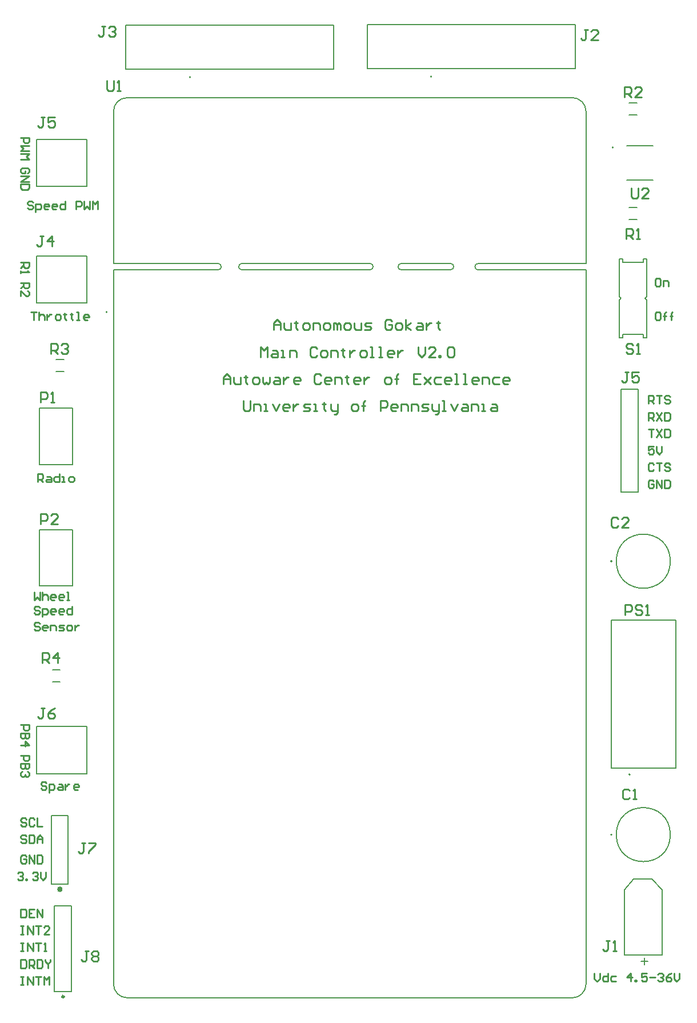
<source format=gto>
G04*
G04 #@! TF.GenerationSoftware,Altium Limited,Altium Designer,22.8.2 (66)*
G04*
G04 Layer_Color=65535*
%FSLAX42Y42*%
%MOMM*%
G71*
G04*
G04 #@! TF.SameCoordinates,418904E4-A97B-41F3-844E-409F60187B30*
G04*
G04*
G04 #@! TF.FilePolarity,Positive*
G04*
G01*
G75*
%ADD10C,0.30*%
%ADD11C,0.13*%
%ADD12C,0.20*%
%ADD13C,0.40*%
%ADD14C,0.20*%
%ADD15C,0.25*%
D10*
X765Y350D02*
G03*
X765Y350I-15J0D01*
G01*
D11*
X3049Y11117D02*
G03*
X3049Y11211I-1J47D01*
G01*
X3400D02*
G03*
X3400Y11117I1J-47D01*
G01*
X5300D02*
G03*
X5300Y11211I-1J47D01*
G01*
X5762D02*
G03*
X5762Y11117I1J-47D01*
G01*
X6494D02*
G03*
X6494Y11211I-1J47D01*
G01*
X6900D02*
G03*
X6900Y11117I1J-47D01*
G01*
X1700Y13667D02*
G03*
X1500Y13467I0J-200D01*
G01*
X8500D02*
G03*
X8300Y13667I-200J0D01*
G01*
Y333D02*
G03*
X8500Y533I0J200D01*
G01*
X1500D02*
G03*
X1700Y333I200J0D01*
G01*
X9750Y2750D02*
G03*
X9750Y2750I-400J0D01*
G01*
Y6800D02*
G03*
X9750Y6800I-400J0D01*
G01*
X625Y423D02*
X875D01*
Y1693D01*
X625D02*
X875D01*
X625Y423D02*
Y1693D01*
X6900Y11211D02*
X8500D01*
X5762D02*
X6494D01*
X3400D02*
X5300D01*
X1500D02*
X3049D01*
X6900Y11117D02*
X8500D01*
X5762D02*
X6494D01*
X3400D02*
X5300D01*
X1500D02*
X3049D01*
X1500Y11211D02*
Y13467D01*
X1700Y13667D02*
X8300D01*
X8500Y11211D02*
Y13467D01*
Y533D02*
Y11117D01*
X1700Y333D02*
X8300D01*
X1500Y533D02*
Y11117D01*
X575Y2015D02*
X825D01*
Y3031D01*
X575D02*
X825D01*
X575Y2015D02*
Y3031D01*
X1100Y3650D02*
Y4350D01*
X360Y3650D02*
Y4350D01*
Y3650D02*
X1100D01*
X360Y4350D02*
X1100D01*
X8880Y3731D02*
X9830D01*
Y5931D01*
X8880D02*
X9830D01*
X8880Y3731D02*
Y5931D01*
X645Y9612D02*
X761D01*
X645Y9788D02*
X761D01*
X360Y13050D02*
X1100D01*
X360Y12350D02*
X1100D01*
X360D02*
Y13050D01*
X1100Y12350D02*
Y13050D01*
X9023Y7821D02*
Y9345D01*
X9277D01*
Y7821D02*
Y9345D01*
X9023Y7821D02*
X9277D01*
X9105Y12447D02*
X9495D01*
X9105Y12952D02*
X9495D01*
X1683Y14742D02*
X4763D01*
Y14092D02*
Y14742D01*
X1683Y14092D02*
Y14742D01*
Y14092D02*
X4763D01*
X592Y5188D02*
X708D01*
X592Y5012D02*
X708D01*
X1100Y10625D02*
Y11325D01*
X360Y10625D02*
Y11325D01*
Y10625D02*
X1100D01*
X360Y11325D02*
X1100D01*
X5259Y14100D02*
X8340D01*
X5259D02*
Y14750D01*
X8340Y14100D02*
Y14750D01*
X5259D02*
X8340D01*
X8997Y10112D02*
X9048D01*
Y10163D01*
X9352D01*
Y10112D02*
Y10163D01*
Y10112D02*
X9403D01*
Y10671D01*
X9378Y10696D02*
X9403Y10671D01*
X9378Y10696D02*
X9403Y10721D01*
Y11280D01*
X9352D02*
X9403D01*
X9352Y11229D02*
Y11280D01*
X9048Y11229D02*
X9352D01*
X9048D02*
Y11280D01*
X8997D02*
X9048D01*
X8997Y10721D02*
Y11280D01*
Y10721D02*
X9022Y10696D01*
X8997Y10671D02*
X9022Y10696D01*
X8997Y10112D02*
Y10671D01*
X9142Y11862D02*
X9258D01*
X9142Y12038D02*
X9258D01*
X9142Y13588D02*
X9258D01*
X9142Y13412D02*
X9258D01*
X9207Y2090D02*
X9470D01*
X9070Y1933D02*
X9207Y2090D01*
X9070Y970D02*
X9630D01*
X9370Y820D02*
Y920D01*
X9320Y870D02*
X9420D01*
X9070Y970D02*
Y1933D01*
X9630Y970D02*
Y1933D01*
X9470Y2090D02*
X9473D01*
X9630Y1933D01*
D12*
X1406Y10493D02*
G03*
X1406Y10493I-10J0D01*
G01*
X8885Y2750D02*
G03*
X8885Y2750I-10J0D01*
G01*
Y6800D02*
G03*
X8885Y6800I-10J0D01*
G01*
X9155Y3641D02*
G03*
X9155Y3641I-10J0D01*
G01*
X8906Y12930D02*
G03*
X8906Y12930I-10J0D01*
G01*
X2641Y13972D02*
G03*
X2641Y13972I-10J0D01*
G01*
X6217Y13980D02*
G03*
X6217Y13980I-10J0D01*
G01*
D13*
X724Y1940D02*
G03*
X724Y1940I-20J0D01*
G01*
D14*
X890Y6435D02*
Y7265D01*
X400Y6435D02*
X890D01*
X400D02*
Y7265D01*
X890D01*
Y8235D02*
Y9065D01*
X400Y8235D02*
X890D01*
X400D02*
Y9065D01*
X890D01*
D15*
X1125Y1026D02*
X1074D01*
X1099D01*
Y899D01*
X1074Y874D01*
X1048D01*
X1023Y899D01*
X1175Y1001D02*
X1201Y1026D01*
X1252D01*
X1277Y1001D01*
Y975D01*
X1252Y950D01*
X1277Y925D01*
Y899D01*
X1252Y874D01*
X1201D01*
X1175Y899D01*
Y925D01*
X1201Y950D01*
X1175Y975D01*
Y1001D01*
X1201Y950D02*
X1252D01*
X125Y645D02*
X165D01*
X145D01*
Y525D01*
X125D01*
X165D01*
X225D02*
Y645D01*
X305Y525D01*
Y645D01*
X345D02*
X425D01*
X385D01*
Y525D01*
X465D02*
Y645D01*
X505Y605D01*
X545Y645D01*
Y525D01*
X125Y895D02*
Y775D01*
X185D01*
X205Y795D01*
Y875D01*
X185Y895D01*
X125D01*
X245Y775D02*
Y895D01*
X305D01*
X325Y875D01*
Y835D01*
X305Y815D01*
X245D01*
X285D02*
X325Y775D01*
X365Y895D02*
Y775D01*
X425D01*
X445Y795D01*
Y875D01*
X425Y895D01*
X365D01*
X485D02*
Y875D01*
X525Y835D01*
X565Y875D01*
Y895D01*
X525Y835D02*
Y775D01*
X125Y1145D02*
X165D01*
X145D01*
Y1025D01*
X125D01*
X165D01*
X225D02*
Y1145D01*
X305Y1025D01*
Y1145D01*
X345D02*
X425D01*
X385D01*
Y1025D01*
X465D02*
X505D01*
X485D01*
Y1145D01*
X465Y1125D01*
X125Y1395D02*
X165D01*
X145D01*
Y1275D01*
X125D01*
X165D01*
X225D02*
Y1395D01*
X305Y1275D01*
Y1395D01*
X345D02*
X425D01*
X385D01*
Y1275D01*
X545D02*
X465D01*
X545Y1355D01*
Y1375D01*
X525Y1395D01*
X485D01*
X465Y1375D01*
X125Y1645D02*
Y1525D01*
X185D01*
X205Y1545D01*
Y1625D01*
X185Y1645D01*
X125D01*
X325D02*
X245D01*
Y1525D01*
X325D01*
X245Y1585D02*
X285D01*
X365Y1525D02*
Y1645D01*
X445Y1525D01*
Y1645D01*
X1402Y13924D02*
Y13797D01*
X1427Y13772D01*
X1478D01*
X1504Y13797D01*
Y13924D01*
X1554Y13772D02*
X1605D01*
X1580D01*
Y13924D01*
X1554Y13899D01*
X75Y2175D02*
X95Y2195D01*
X135D01*
X155Y2175D01*
Y2155D01*
X135Y2135D01*
X115D01*
X135D01*
X155Y2115D01*
Y2095D01*
X135Y2075D01*
X95D01*
X75Y2095D01*
X195Y2075D02*
Y2095D01*
X215D01*
Y2075D01*
X195D01*
X295Y2175D02*
X315Y2195D01*
X355D01*
X375Y2175D01*
Y2155D01*
X355Y2135D01*
X335D01*
X355D01*
X375Y2115D01*
Y2095D01*
X355Y2075D01*
X315D01*
X295Y2095D01*
X415Y2195D02*
Y2115D01*
X455Y2075D01*
X495Y2115D01*
Y2195D01*
X205Y2425D02*
X185Y2445D01*
X145D01*
X125Y2425D01*
Y2345D01*
X145Y2325D01*
X185D01*
X205Y2345D01*
Y2385D01*
X165D01*
X245Y2325D02*
Y2445D01*
X325Y2325D01*
Y2445D01*
X365D02*
Y2325D01*
X425D01*
X445Y2345D01*
Y2425D01*
X425Y2445D01*
X365D01*
X205Y2725D02*
X185Y2745D01*
X145D01*
X125Y2725D01*
Y2705D01*
X145Y2685D01*
X185D01*
X205Y2665D01*
Y2645D01*
X185Y2625D01*
X145D01*
X125Y2645D01*
X245Y2745D02*
Y2625D01*
X305D01*
X325Y2645D01*
Y2725D01*
X305Y2745D01*
X245D01*
X365Y2625D02*
Y2705D01*
X405Y2745D01*
X445Y2705D01*
Y2625D01*
Y2685D01*
X365D01*
X205Y2975D02*
X185Y2995D01*
X145D01*
X125Y2975D01*
Y2955D01*
X145Y2935D01*
X185D01*
X205Y2915D01*
Y2895D01*
X185Y2875D01*
X145D01*
X125Y2895D01*
X325Y2975D02*
X305Y2995D01*
X265D01*
X245Y2975D01*
Y2895D01*
X265Y2875D01*
X305D01*
X325Y2895D01*
X365Y2995D02*
Y2875D01*
X445D01*
X3425Y9179D02*
Y9052D01*
X3451Y9026D01*
X3502D01*
X3527Y9052D01*
Y9179D01*
X3578Y9026D02*
Y9128D01*
X3654D01*
X3679Y9102D01*
Y9026D01*
X3730D02*
X3781D01*
X3755D01*
Y9128D01*
X3730D01*
X3857D02*
X3908Y9026D01*
X3959Y9128D01*
X4086Y9026D02*
X4035D01*
X4009Y9052D01*
Y9102D01*
X4035Y9128D01*
X4086D01*
X4111Y9102D01*
Y9077D01*
X4009D01*
X4162Y9128D02*
Y9026D01*
Y9077D01*
X4187Y9102D01*
X4213Y9128D01*
X4238D01*
X4314Y9026D02*
X4390D01*
X4416Y9052D01*
X4390Y9077D01*
X4340D01*
X4314Y9102D01*
X4340Y9128D01*
X4416D01*
X4466Y9026D02*
X4517D01*
X4492D01*
Y9128D01*
X4466D01*
X4619Y9153D02*
Y9128D01*
X4593D01*
X4644D01*
X4619D01*
Y9052D01*
X4644Y9026D01*
X4720Y9128D02*
Y9052D01*
X4746Y9026D01*
X4822D01*
Y9001D01*
X4797Y8975D01*
X4771D01*
X4822Y9026D02*
Y9128D01*
X5050Y9026D02*
X5101D01*
X5127Y9052D01*
Y9102D01*
X5101Y9128D01*
X5050D01*
X5025Y9102D01*
Y9052D01*
X5050Y9026D01*
X5203D02*
Y9153D01*
Y9102D01*
X5177D01*
X5228D01*
X5203D01*
Y9153D01*
X5228Y9179D01*
X5457Y9026D02*
Y9179D01*
X5533D01*
X5558Y9153D01*
Y9102D01*
X5533Y9077D01*
X5457D01*
X5685Y9026D02*
X5634D01*
X5609Y9052D01*
Y9102D01*
X5634Y9128D01*
X5685D01*
X5711Y9102D01*
Y9077D01*
X5609D01*
X5761Y9026D02*
Y9128D01*
X5838D01*
X5863Y9102D01*
Y9026D01*
X5914D02*
Y9128D01*
X5990D01*
X6015Y9102D01*
Y9026D01*
X6066D02*
X6142D01*
X6168Y9052D01*
X6142Y9077D01*
X6092D01*
X6066Y9102D01*
X6092Y9128D01*
X6168D01*
X6218D02*
Y9052D01*
X6244Y9026D01*
X6320D01*
Y9001D01*
X6295Y8975D01*
X6269D01*
X6320Y9026D02*
Y9128D01*
X6371Y9026D02*
X6422D01*
X6396D01*
Y9179D01*
X6371D01*
X6498Y9128D02*
X6549Y9026D01*
X6599Y9128D01*
X6676D02*
X6726D01*
X6752Y9102D01*
Y9026D01*
X6676D01*
X6650Y9052D01*
X6676Y9077D01*
X6752D01*
X6803Y9026D02*
Y9128D01*
X6879D01*
X6904Y9102D01*
Y9026D01*
X6955D02*
X7006D01*
X6980D01*
Y9128D01*
X6955D01*
X7107D02*
X7158D01*
X7183Y9102D01*
Y9026D01*
X7107D01*
X7082Y9052D01*
X7107Y9077D01*
X7183D01*
X3125Y9425D02*
Y9527D01*
X3176Y9578D01*
X3227Y9527D01*
Y9425D01*
Y9502D01*
X3125D01*
X3278Y9527D02*
Y9451D01*
X3303Y9425D01*
X3379D01*
Y9527D01*
X3455Y9552D02*
Y9527D01*
X3430D01*
X3481D01*
X3455D01*
Y9451D01*
X3481Y9425D01*
X3582D02*
X3633D01*
X3659Y9451D01*
Y9502D01*
X3633Y9527D01*
X3582D01*
X3557Y9502D01*
Y9451D01*
X3582Y9425D01*
X3709Y9527D02*
Y9451D01*
X3735Y9425D01*
X3760Y9451D01*
X3786Y9425D01*
X3811Y9451D01*
Y9527D01*
X3887D02*
X3938D01*
X3963Y9502D01*
Y9425D01*
X3887D01*
X3862Y9451D01*
X3887Y9476D01*
X3963D01*
X4014Y9527D02*
Y9425D01*
Y9476D01*
X4040Y9502D01*
X4065Y9527D01*
X4090D01*
X4243Y9425D02*
X4192D01*
X4166Y9451D01*
Y9502D01*
X4192Y9527D01*
X4243D01*
X4268Y9502D01*
Y9476D01*
X4166D01*
X4573Y9552D02*
X4547Y9578D01*
X4497D01*
X4471Y9552D01*
Y9451D01*
X4497Y9425D01*
X4547D01*
X4573Y9451D01*
X4700Y9425D02*
X4649D01*
X4624Y9451D01*
Y9502D01*
X4649Y9527D01*
X4700D01*
X4725Y9502D01*
Y9476D01*
X4624D01*
X4776Y9425D02*
Y9527D01*
X4852D01*
X4877Y9502D01*
Y9425D01*
X4954Y9552D02*
Y9527D01*
X4928D01*
X4979D01*
X4954D01*
Y9451D01*
X4979Y9425D01*
X5131D02*
X5081D01*
X5055Y9451D01*
Y9502D01*
X5081Y9527D01*
X5131D01*
X5157Y9502D01*
Y9476D01*
X5055D01*
X5208Y9527D02*
Y9425D01*
Y9476D01*
X5233Y9502D01*
X5258Y9527D01*
X5284D01*
X5538Y9425D02*
X5588D01*
X5614Y9451D01*
Y9502D01*
X5588Y9527D01*
X5538D01*
X5512Y9502D01*
Y9451D01*
X5538Y9425D01*
X5690D02*
Y9552D01*
Y9502D01*
X5665D01*
X5715D01*
X5690D01*
Y9552D01*
X5715Y9578D01*
X6045D02*
X5944D01*
Y9425D01*
X6045D01*
X5944Y9502D02*
X5995D01*
X6096Y9527D02*
X6198Y9425D01*
X6147Y9476D01*
X6198Y9527D01*
X6096Y9425D01*
X6350Y9527D02*
X6274D01*
X6249Y9502D01*
Y9451D01*
X6274Y9425D01*
X6350D01*
X6477D02*
X6426D01*
X6401Y9451D01*
Y9502D01*
X6426Y9527D01*
X6477D01*
X6503Y9502D01*
Y9476D01*
X6401D01*
X6553Y9425D02*
X6604D01*
X6579D01*
Y9578D01*
X6553D01*
X6680Y9425D02*
X6731D01*
X6706D01*
Y9578D01*
X6680D01*
X6883Y9425D02*
X6833D01*
X6807Y9451D01*
Y9502D01*
X6833Y9527D01*
X6883D01*
X6909Y9502D01*
Y9476D01*
X6807D01*
X6960Y9425D02*
Y9527D01*
X7036D01*
X7061Y9502D01*
Y9425D01*
X7213Y9527D02*
X7137D01*
X7112Y9502D01*
Y9451D01*
X7137Y9425D01*
X7213D01*
X7340D02*
X7290D01*
X7264Y9451D01*
Y9502D01*
X7290Y9527D01*
X7340D01*
X7366Y9502D01*
Y9476D01*
X7264D01*
X3675Y9825D02*
Y9978D01*
X3726Y9927D01*
X3777Y9978D01*
Y9825D01*
X3853Y9927D02*
X3904D01*
X3929Y9902D01*
Y9825D01*
X3853D01*
X3828Y9851D01*
X3853Y9876D01*
X3929D01*
X3980Y9825D02*
X4031D01*
X4005D01*
Y9927D01*
X3980D01*
X4107Y9825D02*
Y9927D01*
X4183D01*
X4209Y9902D01*
Y9825D01*
X4513Y9952D02*
X4488Y9978D01*
X4437D01*
X4412Y9952D01*
Y9851D01*
X4437Y9825D01*
X4488D01*
X4513Y9851D01*
X4590Y9825D02*
X4640D01*
X4666Y9851D01*
Y9902D01*
X4640Y9927D01*
X4590D01*
X4564Y9902D01*
Y9851D01*
X4590Y9825D01*
X4716D02*
Y9927D01*
X4793D01*
X4818Y9902D01*
Y9825D01*
X4894Y9952D02*
Y9927D01*
X4869D01*
X4920D01*
X4894D01*
Y9851D01*
X4920Y9825D01*
X4996Y9927D02*
Y9825D01*
Y9876D01*
X5021Y9902D01*
X5047Y9927D01*
X5072D01*
X5174Y9825D02*
X5224D01*
X5250Y9851D01*
Y9902D01*
X5224Y9927D01*
X5174D01*
X5148Y9902D01*
Y9851D01*
X5174Y9825D01*
X5300D02*
X5351D01*
X5326D01*
Y9978D01*
X5300D01*
X5427Y9825D02*
X5478D01*
X5453D01*
Y9978D01*
X5427D01*
X5631Y9825D02*
X5580D01*
X5554Y9851D01*
Y9902D01*
X5580Y9927D01*
X5631D01*
X5656Y9902D01*
Y9876D01*
X5554D01*
X5707Y9927D02*
Y9825D01*
Y9876D01*
X5732Y9902D01*
X5758Y9927D01*
X5783D01*
X6011Y9978D02*
Y9876D01*
X6062Y9825D01*
X6113Y9876D01*
Y9978D01*
X6265Y9825D02*
X6164D01*
X6265Y9927D01*
Y9952D01*
X6240Y9978D01*
X6189D01*
X6164Y9952D01*
X6316Y9825D02*
Y9851D01*
X6342D01*
Y9825D01*
X6316D01*
X6443Y9952D02*
X6468Y9978D01*
X6519D01*
X6545Y9952D01*
Y9851D01*
X6519Y9825D01*
X6468D01*
X6443Y9851D01*
Y9952D01*
X3875Y10225D02*
Y10327D01*
X3926Y10378D01*
X3977Y10327D01*
Y10225D01*
Y10302D01*
X3875D01*
X4028Y10327D02*
Y10251D01*
X4053Y10225D01*
X4129D01*
Y10327D01*
X4205Y10352D02*
Y10327D01*
X4180D01*
X4231D01*
X4205D01*
Y10251D01*
X4231Y10225D01*
X4332D02*
X4383D01*
X4409Y10251D01*
Y10302D01*
X4383Y10327D01*
X4332D01*
X4307Y10302D01*
Y10251D01*
X4332Y10225D01*
X4459D02*
Y10327D01*
X4536D01*
X4561Y10302D01*
Y10225D01*
X4637D02*
X4688D01*
X4713Y10251D01*
Y10302D01*
X4688Y10327D01*
X4637D01*
X4612Y10302D01*
Y10251D01*
X4637Y10225D01*
X4764D02*
Y10327D01*
X4790D01*
X4815Y10302D01*
Y10225D01*
Y10302D01*
X4840Y10327D01*
X4866Y10302D01*
Y10225D01*
X4942D02*
X4993D01*
X5018Y10251D01*
Y10302D01*
X4993Y10327D01*
X4942D01*
X4916Y10302D01*
Y10251D01*
X4942Y10225D01*
X5069Y10327D02*
Y10251D01*
X5094Y10225D01*
X5170D01*
Y10327D01*
X5221Y10225D02*
X5297D01*
X5323Y10251D01*
X5297Y10276D01*
X5247D01*
X5221Y10302D01*
X5247Y10327D01*
X5323D01*
X5627Y10352D02*
X5602Y10378D01*
X5551D01*
X5526Y10352D01*
Y10251D01*
X5551Y10225D01*
X5602D01*
X5627Y10251D01*
Y10302D01*
X5577D01*
X5704Y10225D02*
X5754D01*
X5780Y10251D01*
Y10302D01*
X5754Y10327D01*
X5704D01*
X5678Y10302D01*
Y10251D01*
X5704Y10225D01*
X5831D02*
Y10378D01*
Y10276D02*
X5907Y10327D01*
X5831Y10276D02*
X5907Y10225D01*
X6008Y10327D02*
X6059D01*
X6084Y10302D01*
Y10225D01*
X6008D01*
X5983Y10251D01*
X6008Y10276D01*
X6084D01*
X6135Y10327D02*
Y10225D01*
Y10276D01*
X6161Y10302D01*
X6186Y10327D01*
X6211D01*
X6313Y10352D02*
Y10327D01*
X6288D01*
X6338D01*
X6313D01*
Y10251D01*
X6338Y10225D01*
X505Y3515D02*
X485Y3535D01*
X445D01*
X425Y3515D01*
Y3495D01*
X445Y3475D01*
X485D01*
X505Y3455D01*
Y3435D01*
X485Y3415D01*
X445D01*
X425Y3435D01*
X545Y3375D02*
Y3495D01*
X605D01*
X625Y3475D01*
Y3435D01*
X605Y3415D01*
X545D01*
X685Y3495D02*
X725D01*
X745Y3475D01*
Y3415D01*
X685D01*
X665Y3435D01*
X685Y3455D01*
X745D01*
X785Y3495D02*
Y3415D01*
Y3455D01*
X805Y3475D01*
X825Y3495D01*
X845D01*
X965Y3415D02*
X925D01*
X905Y3435D01*
Y3475D01*
X925Y3495D01*
X965D01*
X985Y3475D01*
Y3455D01*
X905D01*
X125Y3925D02*
X245D01*
Y3865D01*
X225Y3845D01*
X185D01*
X165Y3865D01*
Y3925D01*
X245Y3805D02*
X125D01*
Y3745D01*
X145Y3725D01*
X165D01*
X185Y3745D01*
Y3805D01*
Y3745D01*
X205Y3725D01*
X225D01*
X245Y3745D01*
Y3805D01*
X225Y3685D02*
X245Y3665D01*
Y3625D01*
X225Y3605D01*
X205D01*
X185Y3625D01*
Y3645D01*
Y3625D01*
X165Y3605D01*
X145D01*
X125Y3625D01*
Y3665D01*
X145Y3685D01*
X125Y4375D02*
X245D01*
Y4315D01*
X225Y4295D01*
X185D01*
X165Y4315D01*
Y4375D01*
X245Y4255D02*
X125D01*
Y4195D01*
X145Y4175D01*
X165D01*
X185Y4195D01*
Y4255D01*
Y4195D01*
X205Y4175D01*
X225D01*
X245Y4195D01*
Y4255D01*
X125Y4075D02*
X245D01*
X185Y4135D01*
Y4055D01*
X125Y10925D02*
X245D01*
Y10865D01*
X225Y10845D01*
X185D01*
X165Y10865D01*
Y10925D01*
Y10885D02*
X125Y10845D01*
Y10725D02*
Y10805D01*
X205Y10725D01*
X225D01*
X245Y10745D01*
Y10785D01*
X225Y10805D01*
X125Y11225D02*
X245D01*
Y11165D01*
X225Y11145D01*
X185D01*
X165Y11165D01*
Y11225D01*
Y11185D02*
X125Y11145D01*
Y11105D02*
Y11065D01*
Y11085D01*
X245D01*
X225Y11105D01*
X8625Y695D02*
Y615D01*
X8665Y575D01*
X8705Y615D01*
Y695D01*
X8825D02*
Y575D01*
X8765D01*
X8745Y595D01*
Y635D01*
X8765Y655D01*
X8825D01*
X8945D02*
X8885D01*
X8865Y635D01*
Y595D01*
X8885Y575D01*
X8945D01*
X9165D02*
Y695D01*
X9105Y635D01*
X9185D01*
X9225Y575D02*
Y595D01*
X9245D01*
Y575D01*
X9225D01*
X9405Y695D02*
X9325D01*
Y635D01*
X9365Y655D01*
X9385D01*
X9405Y635D01*
Y595D01*
X9385Y575D01*
X9345D01*
X9325Y595D01*
X9445Y635D02*
X9525D01*
X9565Y675D02*
X9585Y695D01*
X9625D01*
X9645Y675D01*
Y655D01*
X9625Y635D01*
X9605D01*
X9625D01*
X9645Y615D01*
Y595D01*
X9625Y575D01*
X9585D01*
X9565Y595D01*
X9765Y695D02*
X9725Y675D01*
X9685Y635D01*
Y595D01*
X9705Y575D01*
X9745D01*
X9765Y595D01*
Y615D01*
X9745Y635D01*
X9685D01*
X9805Y695D02*
Y615D01*
X9845Y575D01*
X9885Y615D01*
Y695D01*
X9505Y7985D02*
X9485Y8005D01*
X9445D01*
X9425Y7985D01*
Y7905D01*
X9445Y7885D01*
X9485D01*
X9505Y7905D01*
Y7945D01*
X9465D01*
X9545Y7885D02*
Y8005D01*
X9625Y7885D01*
Y8005D01*
X9665D02*
Y7885D01*
X9725D01*
X9745Y7905D01*
Y7985D01*
X9725Y8005D01*
X9665D01*
X9505Y8235D02*
X9485Y8255D01*
X9445D01*
X9425Y8235D01*
Y8155D01*
X9445Y8135D01*
X9485D01*
X9505Y8155D01*
X9545Y8255D02*
X9625D01*
X9585D01*
Y8135D01*
X9745Y8235D02*
X9725Y8255D01*
X9685D01*
X9665Y8235D01*
Y8215D01*
X9685Y8195D01*
X9725D01*
X9745Y8175D01*
Y8155D01*
X9725Y8135D01*
X9685D01*
X9665Y8155D01*
X9505Y8505D02*
X9425D01*
Y8445D01*
X9465Y8465D01*
X9485D01*
X9505Y8445D01*
Y8405D01*
X9485Y8385D01*
X9445D01*
X9425Y8405D01*
X9545Y8505D02*
Y8425D01*
X9585Y8385D01*
X9625Y8425D01*
Y8505D01*
X9425Y8755D02*
X9505D01*
X9465D01*
Y8635D01*
X9545Y8755D02*
X9625Y8635D01*
Y8755D02*
X9545Y8635D01*
X9665Y8755D02*
Y8635D01*
X9725D01*
X9745Y8655D01*
Y8735D01*
X9725Y8755D01*
X9665D01*
X9425Y8885D02*
Y9005D01*
X9485D01*
X9505Y8985D01*
Y8945D01*
X9485Y8925D01*
X9425D01*
X9465D02*
X9505Y8885D01*
X9545Y9005D02*
X9625Y8885D01*
Y9005D02*
X9545Y8885D01*
X9665Y9005D02*
Y8885D01*
X9725D01*
X9745Y8905D01*
Y8985D01*
X9725Y9005D01*
X9665D01*
X9425Y9135D02*
Y9255D01*
X9485D01*
X9505Y9235D01*
Y9195D01*
X9485Y9175D01*
X9425D01*
X9465D02*
X9505Y9135D01*
X9545Y9255D02*
X9625D01*
X9585D01*
Y9135D01*
X9745Y9235D02*
X9725Y9255D01*
X9685D01*
X9665Y9235D01*
Y9215D01*
X9685Y9195D01*
X9725D01*
X9745Y9175D01*
Y9155D01*
X9725Y9135D01*
X9685D01*
X9665Y9155D01*
X9585Y10495D02*
X9545D01*
X9525Y10475D01*
Y10395D01*
X9545Y10375D01*
X9585D01*
X9605Y10395D01*
Y10475D01*
X9585Y10495D01*
X9665Y10375D02*
Y10475D01*
Y10435D01*
X9645D01*
X9685D01*
X9665D01*
Y10475D01*
X9685Y10495D01*
X9765Y10375D02*
Y10475D01*
Y10435D01*
X9745D01*
X9785D01*
X9765D01*
Y10475D01*
X9785Y10495D01*
X9585Y10995D02*
X9545D01*
X9525Y10975D01*
Y10895D01*
X9545Y10875D01*
X9585D01*
X9605Y10895D01*
Y10975D01*
X9585Y10995D01*
X9645Y10875D02*
Y10955D01*
X9705D01*
X9725Y10935D01*
Y10875D01*
X405Y5875D02*
X385Y5895D01*
X345D01*
X325Y5875D01*
Y5855D01*
X345Y5835D01*
X385D01*
X405Y5815D01*
Y5795D01*
X385Y5775D01*
X345D01*
X325Y5795D01*
X505Y5775D02*
X465D01*
X445Y5795D01*
Y5835D01*
X465Y5855D01*
X505D01*
X525Y5835D01*
Y5815D01*
X445D01*
X565Y5775D02*
Y5855D01*
X625D01*
X645Y5835D01*
Y5775D01*
X685D02*
X745D01*
X765Y5795D01*
X745Y5815D01*
X705D01*
X685Y5835D01*
X705Y5855D01*
X765D01*
X825Y5775D02*
X865D01*
X885Y5795D01*
Y5835D01*
X865Y5855D01*
X825D01*
X805Y5835D01*
Y5795D01*
X825Y5775D01*
X925Y5855D02*
Y5775D01*
Y5815D01*
X945Y5835D01*
X965Y5855D01*
X985D01*
X275Y10495D02*
X355D01*
X315D01*
Y10375D01*
X395Y10495D02*
Y10375D01*
Y10435D01*
X415Y10455D01*
X455D01*
X475Y10435D01*
Y10375D01*
X515Y10455D02*
Y10375D01*
Y10415D01*
X535Y10435D01*
X555Y10455D01*
X575D01*
X655Y10375D02*
X695D01*
X715Y10395D01*
Y10435D01*
X695Y10455D01*
X655D01*
X635Y10435D01*
Y10395D01*
X655Y10375D01*
X775Y10475D02*
Y10455D01*
X755D01*
X795D01*
X775D01*
Y10395D01*
X795Y10375D01*
X875Y10475D02*
Y10455D01*
X855D01*
X895D01*
X875D01*
Y10395D01*
X895Y10375D01*
X955D02*
X995D01*
X975D01*
Y10495D01*
X955D01*
X1115Y10375D02*
X1075D01*
X1055Y10395D01*
Y10435D01*
X1075Y10455D01*
X1115D01*
X1135Y10435D01*
Y10415D01*
X1055D01*
X405Y6115D02*
X385Y6135D01*
X345D01*
X325Y6115D01*
Y6095D01*
X345Y6075D01*
X385D01*
X405Y6055D01*
Y6035D01*
X385Y6015D01*
X345D01*
X325Y6035D01*
X445Y5975D02*
Y6095D01*
X505D01*
X525Y6075D01*
Y6035D01*
X505Y6015D01*
X445D01*
X625D02*
X585D01*
X565Y6035D01*
Y6075D01*
X585Y6095D01*
X625D01*
X645Y6075D01*
Y6055D01*
X565D01*
X745Y6015D02*
X705D01*
X685Y6035D01*
Y6075D01*
X705Y6095D01*
X745D01*
X765Y6075D01*
Y6055D01*
X685D01*
X885Y6135D02*
Y6015D01*
X825D01*
X805Y6035D01*
Y6075D01*
X825Y6095D01*
X885D01*
X325Y6345D02*
Y6225D01*
X365Y6265D01*
X405Y6225D01*
Y6345D01*
X445D02*
Y6225D01*
Y6285D01*
X465Y6305D01*
X505D01*
X525Y6285D01*
Y6225D01*
X625D02*
X585D01*
X565Y6245D01*
Y6285D01*
X585Y6305D01*
X625D01*
X645Y6285D01*
Y6265D01*
X565D01*
X745Y6225D02*
X705D01*
X685Y6245D01*
Y6285D01*
X705Y6305D01*
X745D01*
X765Y6285D01*
Y6265D01*
X685D01*
X805Y6225D02*
X845D01*
X825D01*
Y6345D01*
X805D01*
X375Y7975D02*
Y8095D01*
X435D01*
X455Y8075D01*
Y8035D01*
X435Y8015D01*
X375D01*
X415D02*
X455Y7975D01*
X515Y8055D02*
X555D01*
X575Y8035D01*
Y7975D01*
X515D01*
X495Y7995D01*
X515Y8015D01*
X575D01*
X695Y8095D02*
Y7975D01*
X635D01*
X615Y7995D01*
Y8035D01*
X635Y8055D01*
X695D01*
X735Y7975D02*
X775D01*
X755D01*
Y8055D01*
X735D01*
X855Y7975D02*
X895D01*
X915Y7995D01*
Y8035D01*
X895Y8055D01*
X855D01*
X835Y8035D01*
Y7995D01*
X855Y7975D01*
X225Y12545D02*
X245Y12565D01*
Y12605D01*
X225Y12625D01*
X145D01*
X125Y12605D01*
Y12565D01*
X145Y12545D01*
X185D01*
Y12585D01*
X125Y12505D02*
X245D01*
X125Y12425D01*
X245D01*
Y12385D02*
X125D01*
Y12325D01*
X145Y12305D01*
X225D01*
X245Y12325D01*
Y12385D01*
X125Y13075D02*
X245D01*
Y13015D01*
X225Y12995D01*
X185D01*
X165Y13015D01*
Y13075D01*
X245Y12955D02*
X125D01*
X165Y12915D01*
X125Y12875D01*
X245D01*
X125Y12835D02*
X245D01*
X205Y12795D01*
X245Y12755D01*
X125D01*
X305Y12115D02*
X285Y12135D01*
X245D01*
X225Y12115D01*
Y12095D01*
X245Y12075D01*
X285D01*
X305Y12055D01*
Y12035D01*
X285Y12015D01*
X245D01*
X225Y12035D01*
X345Y11975D02*
Y12095D01*
X405D01*
X425Y12075D01*
Y12035D01*
X405Y12015D01*
X345D01*
X525D02*
X485D01*
X465Y12035D01*
Y12075D01*
X485Y12095D01*
X525D01*
X545Y12075D01*
Y12055D01*
X465D01*
X645Y12015D02*
X605D01*
X585Y12035D01*
Y12075D01*
X605Y12095D01*
X645D01*
X665Y12075D01*
Y12055D01*
X585D01*
X785Y12135D02*
Y12015D01*
X725D01*
X705Y12035D01*
Y12075D01*
X725Y12095D01*
X785D01*
X945Y12015D02*
Y12135D01*
X1005D01*
X1025Y12115D01*
Y12075D01*
X1005Y12055D01*
X945D01*
X1065Y12135D02*
Y12015D01*
X1105Y12055D01*
X1145Y12015D01*
Y12135D01*
X1185Y12015D02*
Y12135D01*
X1225Y12095D01*
X1265Y12135D01*
Y12015D01*
X8981Y7429D02*
X8956Y7455D01*
X8905D01*
X8880Y7429D01*
Y7328D01*
X8905Y7303D01*
X8956D01*
X8981Y7328D01*
X9134Y7303D02*
X9032D01*
X9134Y7404D01*
Y7429D01*
X9108Y7455D01*
X9058D01*
X9032Y7429D01*
X9150Y3401D02*
X9125Y3426D01*
X9074D01*
X9048Y3401D01*
Y3299D01*
X9074Y3274D01*
X9125D01*
X9150Y3299D01*
X9201Y3274D02*
X9252D01*
X9226D01*
Y3426D01*
X9201Y3401D01*
X1075Y2626D02*
X1024D01*
X1049D01*
Y2499D01*
X1024Y2474D01*
X998D01*
X973Y2499D01*
X1125Y2626D02*
X1227D01*
Y2601D01*
X1125Y2499D01*
Y2474D01*
X475Y4626D02*
X424D01*
X449D01*
Y4499D01*
X424Y4474D01*
X398D01*
X373Y4499D01*
X627Y4626D02*
X576Y4601D01*
X525Y4550D01*
Y4499D01*
X551Y4474D01*
X602D01*
X627Y4499D01*
Y4525D01*
X602Y4550D01*
X525D01*
X9077Y6005D02*
Y6157D01*
X9153D01*
X9179Y6132D01*
Y6081D01*
X9153Y6056D01*
X9077D01*
X9331Y6132D02*
X9306Y6157D01*
X9255D01*
X9230Y6132D01*
Y6106D01*
X9255Y6081D01*
X9306D01*
X9331Y6056D01*
Y6030D01*
X9306Y6005D01*
X9255D01*
X9230Y6030D01*
X9382Y6005D02*
X9433D01*
X9407D01*
Y6157D01*
X9382Y6132D01*
X9126Y9599D02*
X9075D01*
X9101D01*
Y9472D01*
X9075Y9446D01*
X9050D01*
X9025Y9472D01*
X9279Y9599D02*
X9177D01*
Y9522D01*
X9228Y9548D01*
X9253D01*
X9279Y9522D01*
Y9472D01*
X9253Y9446D01*
X9202D01*
X9177Y9472D01*
X445Y5293D02*
Y5446D01*
X521D01*
X546Y5420D01*
Y5370D01*
X521Y5344D01*
X445D01*
X495D02*
X546Y5293D01*
X673D02*
Y5446D01*
X597Y5370D01*
X698D01*
X414Y7351D02*
Y7503D01*
X490D01*
X516Y7478D01*
Y7427D01*
X490Y7402D01*
X414D01*
X668Y7351D02*
X566D01*
X668Y7452D01*
Y7478D01*
X643Y7503D01*
X592D01*
X566Y7478D01*
X414Y9152D02*
Y9304D01*
X490D01*
X516Y9279D01*
Y9228D01*
X490Y9202D01*
X414D01*
X566Y9152D02*
X617D01*
X592D01*
Y9304D01*
X566Y9279D01*
X573Y9874D02*
Y10026D01*
X649D01*
X675Y10001D01*
Y9950D01*
X649Y9925D01*
X573D01*
X624D02*
X675Y9874D01*
X725Y10001D02*
X751Y10026D01*
X802D01*
X827Y10001D01*
Y9975D01*
X802Y9950D01*
X776D01*
X802D01*
X827Y9925D01*
Y9899D01*
X802Y9874D01*
X751D01*
X725Y9899D01*
X462Y11618D02*
X411D01*
X437D01*
Y11491D01*
X411Y11466D01*
X386D01*
X361Y11491D01*
X589Y11466D02*
Y11618D01*
X513Y11542D01*
X615D01*
X475Y13376D02*
X424D01*
X449D01*
Y13249D01*
X424Y13224D01*
X398D01*
X373Y13249D01*
X627Y13376D02*
X525D01*
Y13300D01*
X576Y13325D01*
X602D01*
X627Y13300D01*
Y13249D01*
X602Y13224D01*
X551D01*
X525Y13249D01*
X1375Y14726D02*
X1324D01*
X1349D01*
Y14599D01*
X1324Y14574D01*
X1298D01*
X1273Y14599D01*
X1425Y14701D02*
X1451Y14726D01*
X1502D01*
X1527Y14701D01*
Y14675D01*
X1502Y14650D01*
X1476D01*
X1502D01*
X1527Y14625D01*
Y14599D01*
X1502Y14574D01*
X1451D01*
X1425Y14599D01*
X8525Y14676D02*
X8474D01*
X8499D01*
Y14549D01*
X8474Y14524D01*
X8448D01*
X8423Y14549D01*
X8677Y14524D02*
X8575D01*
X8677Y14625D01*
Y14651D01*
X8652Y14676D01*
X8601D01*
X8575Y14651D01*
X9173Y12326D02*
Y12199D01*
X9198Y12174D01*
X9249D01*
X9275Y12199D01*
Y12326D01*
X9427Y12174D02*
X9325D01*
X9427Y12275D01*
Y12301D01*
X9402Y12326D01*
X9351D01*
X9325Y12301D01*
X9200Y10001D02*
X9175Y10026D01*
X9124D01*
X9098Y10001D01*
Y9975D01*
X9124Y9950D01*
X9175D01*
X9200Y9925D01*
Y9899D01*
X9175Y9874D01*
X9124D01*
X9098Y9899D01*
X9251Y9874D02*
X9302D01*
X9276D01*
Y10026D01*
X9251Y10001D01*
X9073Y13674D02*
Y13826D01*
X9149D01*
X9175Y13801D01*
Y13750D01*
X9149Y13725D01*
X9073D01*
X9124D02*
X9175Y13674D01*
X9327D02*
X9225D01*
X9327Y13775D01*
Y13801D01*
X9302Y13826D01*
X9251D01*
X9225Y13801D01*
X9098Y11574D02*
Y11726D01*
X9175D01*
X9200Y11701D01*
Y11650D01*
X9175Y11625D01*
X9098D01*
X9149D02*
X9200Y11574D01*
X9251D02*
X9302D01*
X9276D01*
Y11726D01*
X9251Y11701D01*
X8850Y1176D02*
X8799D01*
X8825D01*
Y1049D01*
X8799Y1024D01*
X8774D01*
X8748Y1049D01*
X8901Y1024D02*
X8952D01*
X8926D01*
Y1176D01*
X8901Y1151D01*
M02*

</source>
